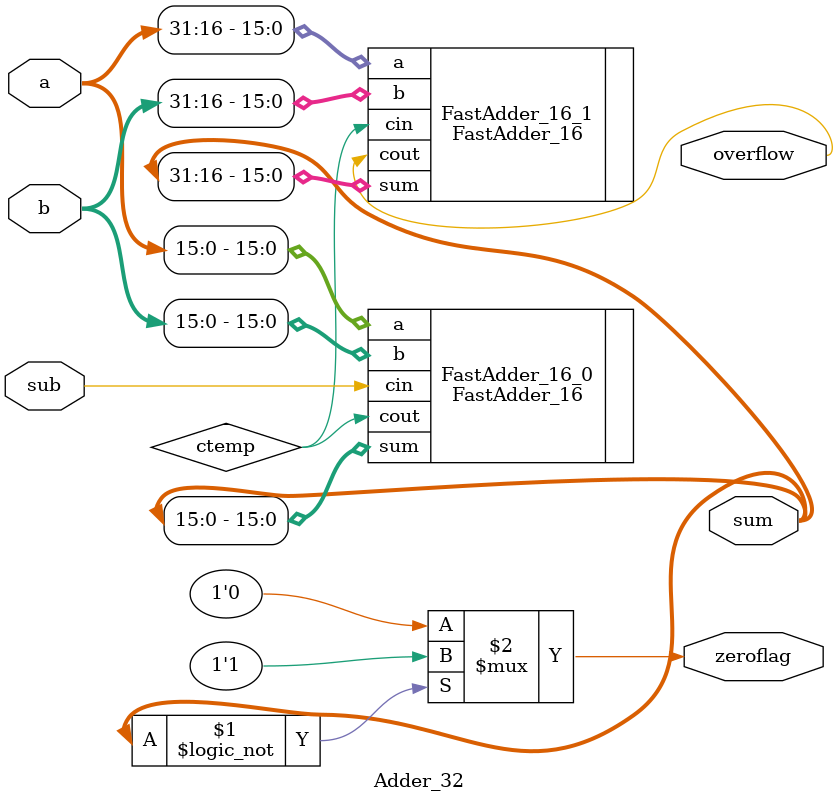
<source format=v>
`include "FastAdder_16.v"
module Adder_32 (a, b, sub, sum, overflow, zeroflag);
    input [31:0] a, b;
    input sub;
    output [31:0] sum;
    output overflow, zeroflag;
    
    wire ctemp;

    //2个16位快速加法器串联
    FastAdder_16 FastAdder_16_0 (.a(a[15:0]),  .b(b[15:0]),  .cin(sub),   .sum(sum[15:0]),  .cout(ctemp));
    FastAdder_16 FastAdder_16_1 (.a(a[31:16]), .b(b[31:16]), .cin(ctemp), .sum(sum[31:16]), .cout(overflow));
    
    //零标志寄存器
    assign zeroflag = (sum == 0) ? 1'b1 : 1'b0;
endmodule

</source>
